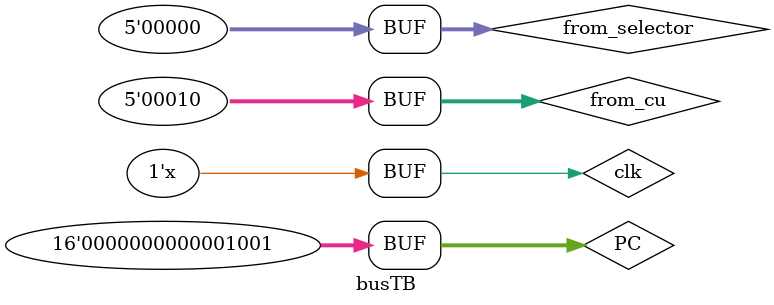
<source format=v>
`timescale 1ns / 1ps


module busTB;

    reg clk;
    reg [4:0] from_selector;
    reg [4:0] from_cu;
    reg [15:0] AR;
    reg [15:0] PC;
    reg [15:0] R;
    reg [15:0] P;
    reg [15:0] Mat_A;
    reg [15:0] Mat_B;
    reg [15:0] MDDR;
    reg [15:0] AC;
    reg [15:0] I;
    reg [15:0] J;
    reg [15:0] K;
    reg [15:0] BASE;
    wire  [15:0] out;
    parameter clk_period = 10;

    BUS bus(clk,
    from_selector,
from_cu,
AR,
PC,
R,
P,
Mat_A,
Mat_B,
MDDR,
AC,
I,
J,
K,
BASE,
out);

    initial 
    begin
       clk = 0; 
    end
    
    always
        #(clk_period/2)
        clk = ~clk;
    initial
        begin
            from_selector=5'd0;from_cu=5'd2;PC=16'd9;
            #(clk_period);
        end
endmodule
</source>
